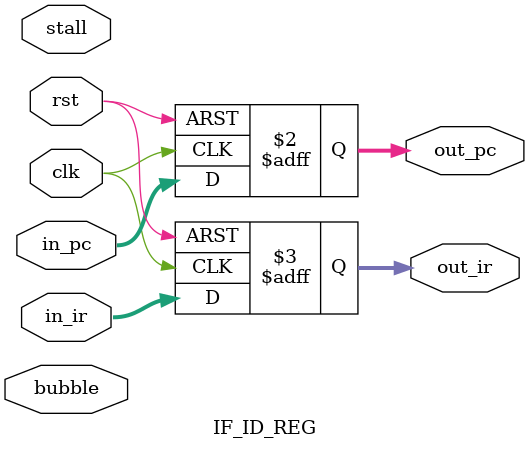
<source format=v>
`timescale 1ns / 1ps


module IF_ID_REG(
input clk,rst,stall,bubble,input [31:0] in_pc,in_ir,output reg [31:0] out_pc,out_ir
    );
always @(posedge clk, posedge rst)
begin
    if(rst)
        begin
            out_pc<=32'd0;
            out_ir<=32'd0;
        end
    else
        begin
            out_pc<=in_pc;
            out_ir<=in_ir;
        end
end
endmodule

</source>
